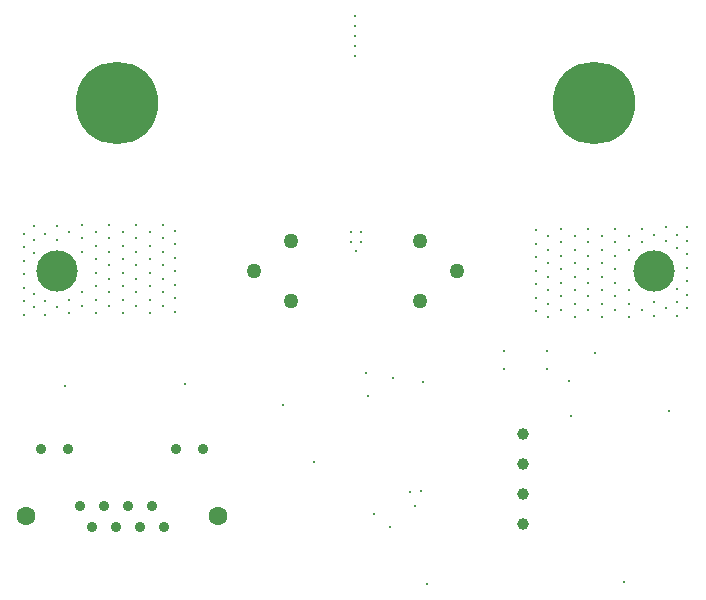
<source format=gbr>
%TF.GenerationSoftware,Altium Limited,Altium Designer,23.5.1 (21)*%
G04 Layer_Color=0*
%FSLAX45Y45*%
%MOMM*%
%TF.SameCoordinates,CD6643E0-46C1-4182-BE8D-D09F5E157601*%
%TF.FilePolarity,Positive*%
%TF.FileFunction,Plated,1,2,PTH,Drill*%
%TF.Part,Single*%
G01*
G75*
%TA.AperFunction,ComponentDrill*%
%ADD66C,0.33020*%
%ADD67C,1.27000*%
%ADD68C,3.50520*%
%ADD69C,0.99060*%
%ADD70C,6.98500*%
%ADD71C,0.88900*%
%ADD72C,1.60020*%
%TA.AperFunction,ViaDrill,NotFilled*%
%ADD73C,0.30000*%
%ADD74C,0.33020*%
D66*
X4457700Y2433320D02*
D03*
Y2547620D02*
D03*
Y2661920D02*
D03*
Y2776220D02*
D03*
Y2890520D02*
D03*
Y3004820D02*
D03*
Y3119120D02*
D03*
X4559300Y2382520D02*
D03*
Y2496820D02*
D03*
Y2611120D02*
D03*
Y2725420D02*
D03*
Y2839720D02*
D03*
Y2954020D02*
D03*
Y3068320D02*
D03*
X4673600Y2446020D02*
D03*
Y2560320D02*
D03*
Y2674620D02*
D03*
Y2788920D02*
D03*
Y2903220D02*
D03*
Y3017520D02*
D03*
Y3131820D02*
D03*
X4787900Y2382520D02*
D03*
Y2496820D02*
D03*
Y2611120D02*
D03*
Y2725420D02*
D03*
Y2839720D02*
D03*
Y2954020D02*
D03*
Y3068320D02*
D03*
X4902200Y2446020D02*
D03*
Y2560320D02*
D03*
Y2674620D02*
D03*
Y2788920D02*
D03*
Y2903220D02*
D03*
Y3017520D02*
D03*
Y3131820D02*
D03*
X5016500Y2382520D02*
D03*
Y2496820D02*
D03*
Y2611120D02*
D03*
Y2725420D02*
D03*
Y2839720D02*
D03*
Y2954020D02*
D03*
Y3068320D02*
D03*
X5130800Y2446020D02*
D03*
Y2560320D02*
D03*
Y2674620D02*
D03*
Y2788920D02*
D03*
Y2903220D02*
D03*
Y3017520D02*
D03*
Y3131820D02*
D03*
X5245100Y2382520D02*
D03*
Y2496820D02*
D03*
Y2611120D02*
D03*
Y2954020D02*
D03*
Y3068320D02*
D03*
X5359400Y2446020D02*
D03*
Y3017520D02*
D03*
Y3131820D02*
D03*
X5461000Y2395220D02*
D03*
Y2509520D02*
D03*
Y3081020D02*
D03*
X5562600Y2458720D02*
D03*
Y3030220D02*
D03*
Y3144520D02*
D03*
X5651500Y2395220D02*
D03*
Y2509520D02*
D03*
Y2623820D02*
D03*
Y2966720D02*
D03*
Y3081020D02*
D03*
X5740400Y2458720D02*
D03*
Y2573020D02*
D03*
Y2687320D02*
D03*
Y2801620D02*
D03*
Y2915920D02*
D03*
Y3030220D02*
D03*
Y3144520D02*
D03*
X1402080Y3114040D02*
D03*
Y2999740D02*
D03*
Y2885440D02*
D03*
Y2771140D02*
D03*
Y2656840D02*
D03*
Y2542540D02*
D03*
Y2428240D02*
D03*
X1300480Y3164840D02*
D03*
Y3050540D02*
D03*
Y2936240D02*
D03*
Y2821940D02*
D03*
Y2707640D02*
D03*
Y2593340D02*
D03*
Y2479040D02*
D03*
X1186180Y3101340D02*
D03*
Y2987040D02*
D03*
Y2872740D02*
D03*
Y2758440D02*
D03*
Y2644140D02*
D03*
Y2529840D02*
D03*
Y2415540D02*
D03*
X1071880Y3164840D02*
D03*
Y3050540D02*
D03*
Y2936240D02*
D03*
Y2821940D02*
D03*
Y2707640D02*
D03*
Y2593340D02*
D03*
Y2479040D02*
D03*
X957580Y3101340D02*
D03*
Y2987040D02*
D03*
Y2872740D02*
D03*
Y2758440D02*
D03*
Y2644140D02*
D03*
Y2529840D02*
D03*
Y2415540D02*
D03*
X843280Y3164840D02*
D03*
Y3050540D02*
D03*
Y2936240D02*
D03*
Y2821940D02*
D03*
Y2707640D02*
D03*
Y2593340D02*
D03*
Y2479040D02*
D03*
X728980Y3101340D02*
D03*
Y2987040D02*
D03*
Y2872740D02*
D03*
Y2758440D02*
D03*
Y2644140D02*
D03*
Y2529840D02*
D03*
Y2415540D02*
D03*
X614680Y3164840D02*
D03*
Y3050540D02*
D03*
Y2936240D02*
D03*
Y2593340D02*
D03*
Y2479040D02*
D03*
X500380Y3101340D02*
D03*
Y2529840D02*
D03*
Y2415540D02*
D03*
X398780Y3152140D02*
D03*
Y3037840D02*
D03*
Y2466340D02*
D03*
X297180Y3088640D02*
D03*
Y2517140D02*
D03*
Y2402840D02*
D03*
X208280Y3152140D02*
D03*
Y3037840D02*
D03*
Y2923540D02*
D03*
Y2580640D02*
D03*
Y2466340D02*
D03*
X119380Y3088640D02*
D03*
Y2974340D02*
D03*
Y2860040D02*
D03*
Y2745740D02*
D03*
Y2631440D02*
D03*
Y2517140D02*
D03*
Y2402840D02*
D03*
D67*
X3474720Y2519680D02*
D03*
X3792220Y2773680D02*
D03*
X3474720Y3027680D02*
D03*
X2385060D02*
D03*
X2067560Y2773680D02*
D03*
X2385060Y2519680D02*
D03*
D68*
X5461000Y2773680D02*
D03*
X398780D02*
D03*
D69*
X4345940Y632460D02*
D03*
Y886460D02*
D03*
Y1140460D02*
D03*
Y1394460D02*
D03*
D70*
X4947920Y4196080D02*
D03*
X909320D02*
D03*
D71*
X1310640Y607060D02*
D03*
X1208405Y784860D02*
D03*
X1106805Y607060D02*
D03*
X1003935Y784860D02*
D03*
X902970Y607060D02*
D03*
X800735Y784860D02*
D03*
X699135Y607060D02*
D03*
X596900Y784860D02*
D03*
X1640840Y1267460D02*
D03*
X1412240D02*
D03*
X497840D02*
D03*
X269240D02*
D03*
D72*
X142240Y695960D02*
D03*
X1767840D02*
D03*
D73*
X4554220Y1945640D02*
D03*
X4188460D02*
D03*
X3434080Y787400D02*
D03*
X3086100Y713740D02*
D03*
X3022600Y1912620D02*
D03*
X3243580Y1864360D02*
D03*
D74*
X4188460Y2095500D02*
D03*
X4554220D02*
D03*
X4955540Y2080260D02*
D03*
X3393440Y904240D02*
D03*
X3484880Y906780D02*
D03*
X3225800Y607060D02*
D03*
X3035300Y1711960D02*
D03*
X3537585Y125095D02*
D03*
X2576322Y1157431D02*
D03*
X2319020Y1638300D02*
D03*
X2976880Y3020060D02*
D03*
X2890520D02*
D03*
X3502660Y1836420D02*
D03*
X5580380Y1584960D02*
D03*
X2976880Y3103880D02*
D03*
X2933700Y2941320D02*
D03*
X2890520Y3103880D02*
D03*
X2928620Y4592320D02*
D03*
Y4676140D02*
D03*
Y4765040D02*
D03*
Y4848860D02*
D03*
Y4932680D02*
D03*
X1483360Y1818640D02*
D03*
X469900Y1803400D02*
D03*
X4753851Y1543345D02*
D03*
X4737100Y1844040D02*
D03*
X5204460Y139700D02*
D03*
%TF.MD5,fb794502fec9d2cf3b226b1f8a9862a9*%
M02*

</source>
